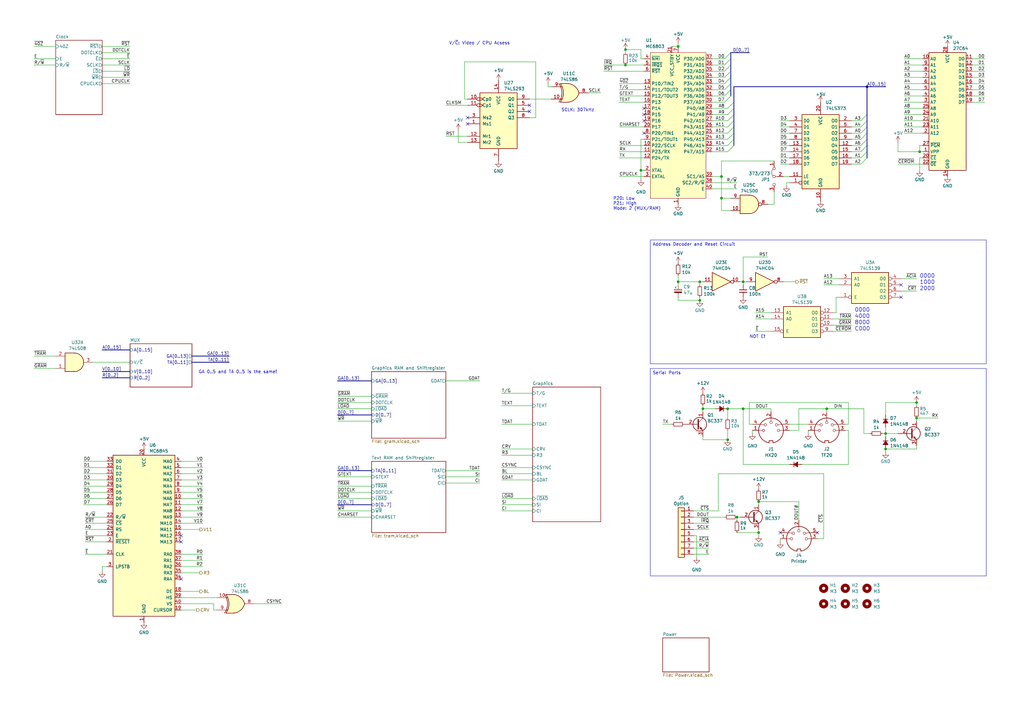
<source format=kicad_sch>
(kicad_sch (version 20231120) (generator "eeschema") (generator_version "8.0")
  (paper "A3")
  (title_block (title "EVA 86 (Epson Video Adapter)") (date "2024-10-12") (rev "v0.2") (company "100% Offner") (comment 1 "v0.2: Redrawn to match EVA1"))
  (junction (at 377.19 62.23))
  (junction (at 311.15 218.44))
  (junction (at 375.92 171.45))
  (junction (at 363.22 177.8))
  (junction (at 311.15 205.74))
  (junction (at 375.92 165.1))
  (junction (at 302.26 212.09))
  (junction (at 304.8 167.64))
  (junction (at 298.45 167.64))
  (junction (at 363.22 184.15))
  (junction (at 256.54 20.32))
  (junction (at 288.29 167.64))
  (junction (at 278.13 115.57))
  (junction (at 295.91 81.28))
  (junction (at 339.09 167.64))
  (junction (at 287.02 115.57))
  (junction (at 298.45 180.34))
  (junction (at 278.13 19.05))
  (junction (at 304.8 115.57))
  (junction (at 256.54 26.67))
  (junction (at 355.6 35.56))
  (junction (at 287.02 123.19))
  (junction (at 295.91 72.39))
  (junction (at 262.89 69.85))
  (no_connect (at 217.17 45.72))
  (no_connect (at 264.16 46.99))
  (no_connect (at 335.28 218.44))
  (no_connect (at 74.295 237.49))
  (no_connect (at 74.295 219.71))
  (no_connect (at 191.77 48.26))
  (no_connect (at 369.57 116.84))
  (no_connect (at 191.77 50.8))
  (no_connect (at 217.17 43.18))
  (no_connect (at 320.04 218.44))
  (no_connect (at 264.16 54.61))
  (no_connect (at 264.16 44.45))
  (no_connect (at 74.295 222.25))
  (no_connect (at 369.57 121.92))
  (no_connect (at 264.16 49.53))
  (bus_entry (at 300.99 52.07) (size -2.54 2.54))
  (bus_entry (at 355.6 54.61) (size -2.54 2.54))
  (bus_entry (at 300.99 59.69) (size -2.54 2.54))
  (bus_entry (at 300.99 44.45) (size -2.54 2.54))
  (bus_entry (at 299.72 36.83) (size -2.54 2.54))
  (bus_entry (at 300.99 46.99) (size -2.54 2.54))
  (bus_entry (at 300.99 49.53) (size -2.54 2.54))
  (bus_entry (at 299.72 39.37) (size -2.54 2.54))
  (bus_entry (at 355.6 46.99) (size -2.54 2.54))
  (bus_entry (at 299.72 21.59) (size -2.54 2.54))
  (bus_entry (at 355.6 62.23) (size -2.54 2.54))
  (bus_entry (at 300.99 54.61) (size -2.54 2.54))
  (bus_entry (at 355.6 57.15) (size -2.54 2.54))
  (bus_entry (at 355.6 52.07) (size -2.54 2.54))
  (bus_entry (at 299.72 31.75) (size -2.54 2.54))
  (bus_entry (at 355.6 49.53) (size -2.54 2.54))
  (bus_entry (at 299.72 24.13) (size -2.54 2.54))
  (bus_entry (at 300.99 41.91) (size -2.54 2.54))
  (bus_entry (at 355.6 64.77) (size -2.54 2.54))
  (bus_entry (at 299.72 26.67) (size -2.54 2.54))
  (bus_entry (at 300.99 57.15) (size -2.54 2.54))
  (bus_entry (at 299.72 29.21) (size -2.54 2.54))
  (bus_entry (at 355.6 59.69) (size -2.54 2.54))
  (bus_entry (at 299.72 34.29) (size -2.54 2.54))
  (wire (pts (xy 138.43 201.93) (xy 152.4 201.93)))
  (wire (pts (xy 295.91 72.39) (xy 295.91 81.28)))
  (wire (pts (xy 74.295 247.65) (xy 87.63 247.65)))
  (wire (pts (xy 74.295 209.55) (xy 83.185 209.55)))
  (wire (pts (xy 311.15 218.44) (xy 311.15 217.17)))
  (wire (pts (xy 256.54 20.32) (xy 256.54 21.59)))
  (wire (pts (xy 138.43 167.64) (xy 152.4 167.64)))
  (wire (pts (xy 292.1 57.15) (xy 298.45 57.15)))
  (wire (pts (xy 292.1 59.69) (xy 298.45 59.69)))
  (bus (pts (xy 41.91 152.4) (xy 53.34 152.4)))
  (wire (pts (xy 254 36.83) (xy 264.16 36.83)))
  (wire (pts (xy 205.74 173.99) (xy 218.44 173.99)))
  (wire (pts (xy 292.1 77.47) (xy 302.26 77.47)))
  (bus (pts (xy 299.72 31.75) (xy 299.72 29.21)))
  (wire (pts (xy 298.45 167.64) (xy 304.8 167.64)))
  (wire (pts (xy 292.1 34.29) (xy 297.18 34.29)))
  (wire (pts (xy 13.97 26.67) (xy 22.86 26.67)))
  (wire (pts (xy 354.33 177.8) (xy 356.87 177.8)))
  (wire (pts (xy 346.71 176.53) (xy 347.98 176.53)))
  (bus (pts (xy 300.99 54.61) (xy 300.99 52.07)))
  (wire (pts (xy 370.84 39.37) (xy 378.46 39.37)))
  (wire (pts (xy 375.92 171.45) (xy 375.92 172.72)))
  (wire (pts (xy 321.31 115.57) (xy 326.39 115.57)))
  (wire (pts (xy 323.85 173.99) (xy 331.47 173.99)))
  (wire (pts (xy 363.22 184.15) (xy 375.92 184.15)))
  (wire (pts (xy 341.63 133.35) (xy 349.25 133.35)))
  (wire (pts (xy 288.29 167.64) (xy 288.29 166.37)))
  (wire (pts (xy 294.64 194.31) (xy 337.82 194.31)))
  (wire (pts (xy 370.84 24.13) (xy 378.46 24.13)))
  (wire (pts (xy 375.92 165.1) (xy 375.92 166.37)))
  (wire (pts (xy 308.61 177.8) (xy 308.61 176.53)))
  (wire (pts (xy 327.66 205.74) (xy 327.66 213.36)))
  (wire (pts (xy 377.19 59.69) (xy 377.19 62.23)))
  (wire (pts (xy 398.78 39.37) (xy 403.86 39.37)))
  (wire (pts (xy 138.43 212.09) (xy 152.4 212.09)))
  (wire (pts (xy 335.28 220.98) (xy 337.82 220.98)))
  (wire (pts (xy 285.75 219.71) (xy 285.75 228.6)))
  (wire (pts (xy 317.5 78.74) (xy 317.5 83.82)))
  (wire (pts (xy 205.74 207.01) (xy 218.44 207.01)))
  (wire (pts (xy 292.1 44.45) (xy 298.45 44.45)))
  (wire (pts (xy 304.8 115.57) (xy 304.8 116.84)))
  (wire (pts (xy 284.48 222.25) (xy 290.83 222.25)))
  (wire (pts (xy 138.43 165.1) (xy 152.4 165.1)))
  (wire (pts (xy 219.71 48.26) (xy 219.71 25.4)))
  (bus (pts (xy 78.74 148.59) (xy 93.98 148.59)))
  (wire (pts (xy 349.25 54.61) (xy 353.06 54.61)))
  (wire (pts (xy 262.89 57.15) (xy 264.16 57.15)))
  (wire (pts (xy 292.1 74.93) (xy 302.26 74.93)))
  (wire (pts (xy 349.25 49.53) (xy 353.06 49.53)))
  (wire (pts (xy 320.04 52.07) (xy 323.85 52.07)))
  (wire (pts (xy 224.79 34.29) (xy 224.79 35.56)))
  (wire (pts (xy 316.23 168.91) (xy 316.23 167.64)))
  (wire (pts (xy 339.09 167.64) (xy 354.33 167.64)))
  (bus (pts (xy 355.6 35.56) (xy 355.6 46.99)))
  (wire (pts (xy 378.46 59.69) (xy 377.19 59.69)))
  (wire (pts (xy 320.04 49.53) (xy 323.85 49.53)))
  (wire (pts (xy 288.29 167.64) (xy 288.29 168.91)))
  (wire (pts (xy 74.295 245.11) (xy 88.9 245.11)))
  (wire (pts (xy 288.29 115.57) (xy 287.02 115.57)))
  (wire (pts (xy 41.91 24.13) (xy 53.34 24.13)))
  (wire (pts (xy 34.29 204.47) (xy 43.815 204.47)))
  (wire (pts (xy 363.22 184.15) (xy 363.22 185.42)))
  (wire (pts (xy 254 52.07) (xy 264.16 52.07)))
  (wire (pts (xy 284.48 214.63) (xy 290.83 214.63)))
  (wire (pts (xy 354.33 167.64) (xy 354.33 177.8)))
  (wire (pts (xy 34.925 214.63) (xy 43.815 214.63)))
  (wire (pts (xy 320.04 54.61) (xy 323.85 54.61)))
  (wire (pts (xy 369.57 119.38) (xy 375.92 119.38)))
  (wire (pts (xy 182.88 43.18) (xy 191.77 43.18)))
  (wire (pts (xy 320.04 62.23) (xy 323.85 62.23)))
  (wire (pts (xy 278.13 121.92) (xy 278.13 123.19)))
  (wire (pts (xy 307.34 165.1) (xy 347.98 165.1)))
  (wire (pts (xy 378.46 62.23) (xy 377.19 62.23)))
  (bus (pts (xy 299.72 24.13) (xy 299.72 21.59)))
  (bus (pts (xy 41.91 154.94) (xy 53.34 154.94)))
  (wire (pts (xy 217.17 40.64) (xy 226.06 40.64)))
  (wire (pts (xy 292.1 31.75) (xy 297.18 31.75)))
  (wire (pts (xy 246.38 38.1) (xy 241.3 38.1)))
  (wire (pts (xy 320.04 64.77) (xy 323.85 64.77)))
  (wire (pts (xy 287.02 123.19) (xy 287.02 121.92)))
  (wire (pts (xy 34.29 207.01) (xy 43.815 207.01)))
  (wire (pts (xy 370.84 34.29) (xy 378.46 34.29)))
  (wire (pts (xy 43.815 232.41) (xy 41.91 232.41)))
  (wire (pts (xy 308.61 173.99) (xy 307.34 173.99)))
  (wire (pts (xy 294.64 209.55) (xy 294.64 194.31)))
  (wire (pts (xy 322.58 74.93) (xy 322.58 76.2)))
  (wire (pts (xy 304.8 105.41) (xy 304.8 115.57)))
  (wire (pts (xy 368.3 67.31) (xy 378.46 67.31)))
  (wire (pts (xy 74.295 199.39) (xy 83.185 199.39)))
  (wire (pts (xy 254 62.23) (xy 264.16 62.23)))
  (wire (pts (xy 256.54 26.67) (xy 264.16 26.67)))
  (wire (pts (xy 292.1 41.91) (xy 297.18 41.91)))
  (wire (pts (xy 349.25 52.07) (xy 353.06 52.07)))
  (wire (pts (xy 398.78 26.67) (xy 403.86 26.67)))
  (wire (pts (xy 398.78 29.21) (xy 403.86 29.21)))
  (wire (pts (xy 378.46 64.77) (xy 377.19 64.77)))
  (wire (pts (xy 278.13 115.57) (xy 278.13 116.84)))
  (wire (pts (xy 323.85 176.53) (xy 327.66 176.53)))
  (wire (pts (xy 311.15 205.74) (xy 327.66 205.74)))
  (wire (pts (xy 205.74 194.31) (xy 218.44 194.31)))
  (wire (pts (xy 317.5 83.82) (xy 314.96 83.82)))
  (wire (pts (xy 295.91 86.36) (xy 295.91 81.28)))
  (wire (pts (xy 275.59 173.99) (xy 271.78 173.99)))
  (wire (pts (xy 74.295 207.01) (xy 83.185 207.01)))
  (wire (pts (xy 74.295 250.19) (xy 80.645 250.19)))
  (wire (pts (xy 292.1 54.61) (xy 298.45 54.61)))
  (wire (pts (xy 369.57 114.3) (xy 375.92 114.3)))
  (wire (pts (xy 34.29 199.39) (xy 43.815 199.39)))
  (wire (pts (xy 370.84 41.91) (xy 378.46 41.91)))
  (wire (pts (xy 74.295 234.95) (xy 81.915 234.95)))
  (wire (pts (xy 219.71 25.4) (xy 190.5 25.4)))
  (wire (pts (xy 398.78 41.91) (xy 403.86 41.91)))
  (wire (pts (xy 13.97 19.05) (xy 22.86 19.05)))
  (wire (pts (xy 284.48 217.17) (xy 290.83 217.17)))
  (wire (pts (xy 34.29 196.85) (xy 43.815 196.85)))
  (wire (pts (xy 347.98 190.5) (xy 347.98 176.53)))
  (wire (pts (xy 182.88 195.58) (xy 196.85 195.58)))
  (bus (pts (xy 355.6 62.23) (xy 355.6 59.69)))
  (wire (pts (xy 87.63 247.65) (xy 87.63 250.19)))
  (wire (pts (xy 41.91 29.21) (xy 53.34 29.21)))
  (wire (pts (xy 138.43 199.39) (xy 152.4 199.39)))
  (wire (pts (xy 375.92 184.15) (xy 375.92 182.88)))
  (wire (pts (xy 375.92 165.1) (xy 363.22 165.1)))
  (wire (pts (xy 292.1 36.83) (xy 297.18 36.83)))
  (bus (pts (xy 355.6 35.56) (xy 363.22 35.56)))
  (bus (pts (xy 300.99 35.56) (xy 355.6 35.56)))
  (wire (pts (xy 337.82 116.84) (xy 344.17 116.84)))
  (wire (pts (xy 349.25 59.69) (xy 353.06 59.69)))
  (bus (pts (xy 300.99 49.53) (xy 300.99 46.99)))
  (wire (pts (xy 254 41.91) (xy 264.16 41.91)))
  (wire (pts (xy 311.15 205.74) (xy 311.15 207.01)))
  (wire (pts (xy 284.48 219.71) (xy 285.75 219.71)))
  (wire (pts (xy 361.95 177.8) (xy 363.22 177.8)))
  (wire (pts (xy 264.16 24.13) (xy 262.89 24.13)))
  (wire (pts (xy 292.1 46.99) (xy 298.45 46.99)))
  (wire (pts (xy 341.63 130.81) (xy 349.25 130.81)))
  (wire (pts (xy 304.8 167.64) (xy 316.23 167.64)))
  (wire (pts (xy 398.78 34.29) (xy 403.86 34.29)))
  (wire (pts (xy 13.97 24.13) (xy 22.86 24.13)))
  (bus (pts (xy 355.6 57.15) (xy 355.6 54.61)))
  (wire (pts (xy 363.22 175.26) (xy 363.22 177.8)))
  (wire (pts (xy 284.48 212.09) (xy 297.18 212.09)))
  (wire (pts (xy 254 34.29) (xy 264.16 34.29)))
  (wire (pts (xy 347.98 165.1) (xy 347.98 173.99)))
  (wire (pts (xy 191.77 58.42) (xy 187.96 58.42)))
  (wire (pts (xy 182.88 156.21) (xy 196.85 156.21)))
  (wire (pts (xy 342.9 128.27) (xy 342.9 121.92)))
  (wire (pts (xy 370.84 44.45) (xy 378.46 44.45)))
  (wire (pts (xy 34.925 212.09) (xy 43.815 212.09)))
  (wire (pts (xy 34.29 189.23) (xy 43.815 189.23)))
  (wire (pts (xy 292.1 24.13) (xy 297.18 24.13)))
  (wire (pts (xy 34.925 227.33) (xy 43.815 227.33)))
  (wire (pts (xy 287.02 115.57) (xy 287.02 116.84)))
  (wire (pts (xy 327.66 176.53) (xy 327.66 167.64)))
  (wire (pts (xy 205.74 196.85) (xy 218.44 196.85)))
  (wire (pts (xy 74.295 217.17) (xy 81.915 217.17)))
  (wire (pts (xy 320.04 57.15) (xy 323.85 57.15)))
  (wire (pts (xy 284.48 227.33) (xy 290.83 227.33)))
  (bus (pts (xy 138.43 170.18) (xy 152.4 170.18)))
  (wire (pts (xy 205.74 166.37) (xy 218.44 166.37)))
  (wire (pts (xy 304.8 190.5) (xy 304.8 167.64)))
  (wire (pts (xy 224.79 35.56) (xy 226.06 35.56)))
  (bus (pts (xy 138.43 193.04) (xy 152.4 193.04)))
  (wire (pts (xy 262.89 69.85) (xy 262.89 73.66)))
  (wire (pts (xy 41.91 21.59) (xy 53.34 21.59)))
  (wire (pts (xy 370.84 29.21) (xy 378.46 29.21)))
  (wire (pts (xy 262.89 69.85) (xy 264.16 69.85)))
  (wire (pts (xy 298.45 180.34) (xy 288.29 180.34)))
  (wire (pts (xy 182.88 193.04) (xy 196.85 193.04)))
  (wire (pts (xy 138.43 209.55) (xy 152.4 209.55)))
  (wire (pts (xy 341.63 128.27) (xy 342.9 128.27)))
  (wire (pts (xy 304.8 105.41) (xy 314.96 105.41)))
  (bus (pts (xy 355.6 49.53) (xy 355.6 46.99)))
  (wire (pts (xy 302.26 212.09) (xy 302.26 213.36)))
  (wire (pts (xy 293.37 167.64) (xy 288.29 167.64)))
  (wire (pts (xy 104.14 247.65) (xy 115.57 247.65)))
  (wire (pts (xy 375.92 171.45) (xy 384.81 171.45)))
  (wire (pts (xy 74.295 242.57) (xy 81.915 242.57)))
  (wire (pts (xy 205.74 209.55) (xy 218.44 209.55)))
  (wire (pts (xy 182.88 198.12) (xy 196.85 198.12)))
  (wire (pts (xy 349.25 57.15) (xy 353.06 57.15)))
  (wire (pts (xy 398.78 36.83) (xy 403.86 36.83)))
  (bus (pts (xy 299.72 26.67) (xy 299.72 24.13)))
  (wire (pts (xy 341.63 135.89) (xy 349.25 135.89)))
  (wire (pts (xy 217.17 48.26) (xy 219.71 48.26)))
  (bus (pts (xy 300.99 59.69) (xy 300.99 57.15)))
  (bus (pts (xy 41.91 143.51) (xy 53.34 143.51)))
  (wire (pts (xy 307.34 173.99) (xy 307.34 165.1)))
  (wire (pts (xy 205.74 191.77) (xy 218.44 191.77)))
  (bus (pts (xy 299.72 36.83) (xy 299.72 34.29)))
  (wire (pts (xy 287.02 123.19) (xy 278.13 123.19)))
  (wire (pts (xy 363.22 177.8) (xy 368.3 177.8)))
  (wire (pts (xy 323.85 74.93) (xy 322.58 74.93)))
  (wire (pts (xy 205.74 161.29) (xy 218.44 161.29)))
  (wire (pts (xy 262.89 20.32) (xy 256.54 20.32)))
  (wire (pts (xy 306.07 115.57) (xy 304.8 115.57)))
  (wire (pts (xy 292.1 39.37) (xy 297.18 39.37)))
  (wire (pts (xy 41.91 19.05) (xy 53.34 19.05)))
  (wire (pts (xy 13.97 146.05) (xy 22.86 146.05)))
  (wire (pts (xy 292.1 52.07) (xy 298.45 52.07)))
  (wire (pts (xy 138.43 162.56) (xy 152.4 162.56)))
  (bus (pts (xy 299.72 34.29) (xy 299.72 31.75)))
  (wire (pts (xy 254 64.77) (xy 264.16 64.77)))
  (wire (pts (xy 247.65 29.21) (xy 264.16 29.21)))
  (wire (pts (xy 342.9 121.92) (xy 344.17 121.92)))
  (wire (pts (xy 205.74 184.15) (xy 218.44 184.15)))
  (wire (pts (xy 298.45 171.45) (xy 298.45 167.64)))
  (bus (pts (xy 138.43 207.01) (xy 152.4 207.01)))
  (wire (pts (xy 34.925 217.17) (xy 43.815 217.17)))
  (wire (pts (xy 41.91 34.29) (xy 53.34 34.29)))
  (wire (pts (xy 34.29 201.93) (xy 43.815 201.93)))
  (wire (pts (xy 288.29 179.07) (xy 288.29 180.34)))
  (wire (pts (xy 254 39.37) (xy 264.16 39.37)))
  (wire (pts (xy 298.45 180.34) (xy 298.45 176.53)))
  (wire (pts (xy 74.295 201.93) (xy 83.185 201.93)))
  (wire (pts (xy 278.13 17.78) (xy 278.13 19.05)))
  (wire (pts (xy 138.43 204.47) (xy 152.4 204.47)))
  (wire (pts (xy 328.93 190.5) (xy 347.98 190.5)))
  (wire (pts (xy 370.84 31.75) (xy 378.46 31.75)))
  (wire (pts (xy 138.43 172.72) (xy 152.4 172.72)))
  (wire (pts (xy 187.96 53.34) (xy 187.96 58.42)))
  (bus (pts (xy 300.99 52.07) (xy 300.99 49.53)))
  (wire (pts (xy 254 59.69) (xy 264.16 59.69)))
  (wire (pts (xy 41.91 26.67) (xy 53.34 26.67)))
  (wire (pts (xy 370.84 49.53) (xy 378.46 49.53)))
  (wire (pts (xy 278.13 113.03) (xy 278.13 115.57)))
  (wire (pts (xy 138.43 195.58) (xy 152.4 195.58)))
  (wire (pts (xy 205.74 204.47) (xy 218.44 204.47)))
  (wire (pts (xy 74.295 232.41) (xy 83.185 232.41)))
  (wire (pts (xy 377.19 62.23) (xy 368.3 62.23)))
  (wire (pts (xy 370.84 36.83) (xy 378.46 36.83)))
  (wire (pts (xy 377.19 64.77) (xy 377.19 69.85)))
  (bus (pts (xy 300.99 57.15) (xy 300.99 54.61)))
  (wire (pts (xy 190.5 40.64) (xy 191.77 40.64)))
  (wire (pts (xy 363.22 177.8) (xy 363.22 179.07)))
  (wire (pts (xy 74.295 189.23) (xy 83.185 189.23)))
  (wire (pts (xy 337.82 194.31) (xy 337.82 220.98)))
  (wire (pts (xy 368.3 62.23) (xy 368.3 58.42)))
  (wire (pts (xy 320.04 222.25) (xy 320.04 220.98)))
  (wire (pts (xy 87.63 250.19) (xy 88.9 250.19)))
  (wire (pts (xy 34.925 219.71) (xy 43.815 219.71)))
  (wire (pts (xy 74.295 194.31) (xy 83.185 194.31)))
  (wire (pts (xy 262.89 57.15) (xy 262.89 69.85)))
  (wire (pts (xy 295.91 72.39) (xy 295.91 66.04)))
  (wire (pts (xy 304.8 115.57) (xy 303.53 115.57)))
  (wire (pts (xy 74.295 229.87) (xy 83.185 229.87)))
  (wire (pts (xy 205.74 186.69) (xy 218.44 186.69)))
  (bus (pts (xy 355.6 52.07) (xy 355.6 49.53)))
  (wire (pts (xy 309.88 135.89) (xy 316.23 135.89)))
  (wire (pts (xy 34.925 222.25) (xy 43.815 222.25)))
  (wire (pts (xy 349.25 67.31) (xy 353.06 67.31)))
  (bus (pts (xy 300.99 46.99) (xy 300.99 44.45)))
  (wire (pts (xy 74.295 191.77) (xy 83.185 191.77)))
  (wire (pts (xy 247.65 26.67) (xy 256.54 26.67)))
  (wire (pts (xy 349.25 64.77) (xy 353.06 64.77)))
  (wire (pts (xy 292.1 49.53) (xy 298.45 49.53)))
  (wire (pts (xy 320.04 59.69) (xy 323.85 59.69)))
  (bus (pts (xy 300.99 44.45) (xy 300.99 41.91)))
  (wire (pts (xy 13.97 151.13) (xy 22.86 151.13)))
  (wire (pts (xy 292.1 62.23) (xy 298.45 62.23)))
  (bus (pts (xy 299.72 29.21) (xy 299.72 26.67)))
  (wire (pts (xy 370.84 52.07) (xy 378.46 52.07)))
  (wire (pts (xy 292.1 29.21) (xy 297.18 29.21)))
  (wire (pts (xy 34.29 194.31) (xy 43.815 194.31)))
  (wire (pts (xy 370.84 54.61) (xy 378.46 54.61)))
  (wire (pts (xy 309.88 128.27) (xy 316.23 128.27)))
  (wire (pts (xy 34.29 191.77) (xy 43.815 191.77)))
  (wire (pts (xy 398.78 24.13) (xy 403.86 24.13)))
  (wire (pts (xy 278.13 115.57) (xy 287.02 115.57)))
  (wire (pts (xy 295.91 66.04) (xy 317.5 66.04)))
  (wire (pts (xy 254 72.39) (xy 264.16 72.39)))
  (wire (pts (xy 74.295 196.85) (xy 83.185 196.85)))
  (bus (pts (xy 138.43 156.21) (xy 152.4 156.21)))
  (bus (pts (xy 300.99 35.56) (xy 300.99 41.91)))
  (bus (pts (xy 355.6 59.69) (xy 355.6 57.15)))
  (bus (pts (xy 299.72 21.59) (xy 307.34 21.59)))
  (wire (pts (xy 299.72 86.36) (xy 295.91 86.36)))
  (wire (pts (xy 284.48 224.79) (xy 290.83 224.79)))
  (wire (pts (xy 347.98 173.99) (xy 346.71 173.99)))
  (wire (pts (xy 311.15 219.71) (xy 311.15 218.44)))
  (bus (pts (xy 355.6 64.77) (xy 355.6 62.23)))
  (wire (pts (xy 309.88 130.81) (xy 316.23 130.81)))
  (wire (pts (xy 41.91 232.41) (xy 41.91 234.315)))
  (wire (pts (xy 349.25 62.23) (xy 353.06 62.23)))
  (bus (pts (xy 355.6 54.61) (xy 355.6 52.07)))
  (wire (pts (xy 370.84 46.99) (xy 378.46 46.99)))
  (wire (pts (xy 292.1 72.39) (xy 295.91 72.39)))
  (bus (pts (xy 299.72 39.37) (xy 299.72 36.83)))
  (bus (pts (xy 78.74 146.05) (xy 93.98 146.05)))
  (wire (pts (xy 331.47 177.8) (xy 331.47 176.53)))
  (wire (pts (xy 323.85 190.5) (xy 304.8 190.5)))
  (wire (pts (xy 303.53 212.09) (xy 302.26 212.09)))
  (wire (pts (xy 74.295 212.09) (xy 83.185 212.09)))
  (wire (pts (xy 41.91 31.75) (xy 53.34 31.75)))
  (wire (pts (xy 284.48 209.55) (xy 294.64 209.55)))
  (wire (pts (xy 74.295 214.63) (xy 83.185 214.63)))
  (wire (pts (xy 398.78 31.75) (xy 403.86 31.75)))
  (wire (pts (xy 327.66 167.64) (xy 339.09 167.64)))
  (wire (pts (xy 321.31 72.39) (xy 323.85 72.39)))
  (wire (pts (xy 74.295 227.33) (xy 83.185 227.33)))
  (wire (pts (xy 337.82 114.3) (xy 344.17 114.3)))
  (wire (pts (xy 190.5 25.4) (xy 190.5 40.64)))
  (wire (pts (xy 292.1 26.67) (xy 297.18 26.67)))
  (wire (pts (xy 320.04 67.31) (xy 323.85 67.31)))
  (wire (pts (xy 74.295 204.47) (xy 83.185 204.47)))
  (wire (pts (xy 295.91 81.28) (xy 299.72 81.28)))
  (wire (pts (xy 278.13 19.05) (xy 275.59 19.05)))
  (wire (pts (xy 262.89 24.13) (xy 262.89 20.32)))
  (wire (pts (xy 191.77 55.88) (xy 182.88 55.88)))
  (wire (pts (xy 53.34 148.59) (xy 38.1 148.59)))
  (wire (pts (xy 302.26 218.44) (xy 311.15 218.44)))
  (wire (pts (xy 339.09 168.91) (xy 339.09 167.64)))
  (wire (pts (xy 363.22 165.1) (xy 363.22 170.18)))
  (wire (pts (xy 370.84 26.67) (xy 378.46 26.67)))
  (text_box "Serial Ports\n" (at 266.7 151.13 0) (size 137.795 85.09) (effects (font (size 1.27 1.27)) (justify left top)))
  (text_box "Address Decoder and Reset Circuit" (at 266.7 98.425 0) (size 137.795 50.8) (effects (font (size 1.27 1.27)) (justify left top)))
  (text "P20: Low\nP21: High\nMode: 2 (MUX/RAM)" (at 251.46 86.36 0) (effects (font (size 1.27 1.27)) (justify left bottom)))
  (text "SCLK: 307kHz" (at 236.982 45.212 0) (effects (font (size 1.27 1.27))))
  (text "NOT E!" (at 310.642 138.176 0) (effects (font (size 1.27 1.27))))
  (text "0000\n1000\n2000" (at 377.19 119.38 0) (effects (font (size 1.6 1.6)) (justify left bottom)))
  (text "V/~{C}: Video / CPU Acsess" (at 184.15 17.78 0) (effects (font (size 1.27 1.27)) (justify left)))
  (text "GA 0..5 and TA 0..5 is the same!" (at 97.536 152.654 0) (effects (font (size 1.27 1.27))))
  (text "0000\n4000\n8000\nC000" (at 350.52 135.89 0) (effects (font (size 1.6 1.6)) (justify left bottom)))
  (label "A15" (at 297.18 62.23 180))
  (label "~{GRAM}" (at 13.97 151.13 0))
  (label "A12" (at 337.82 116.84 0))
  (label "D5" (at 297.18 36.83 180))
  (label "A12" (at 297.18 54.61 180))
  (label "A8" (at 297.18 44.45 180))
  (label "TEXT" (at 205.74 166.37 0))
  (label "V8" (at 83.185 209.55 180))
  (label "BL" (at 205.74 194.31 0))
  (label "D1" (at 403.86 26.67 180))
  (label "V10" (at 83.185 214.63 180))
  (label "A4" (at 370.84 34.29 0))
  (label "A1" (at 370.84 26.67 0))
  (label "A14" (at 297.18 59.69 180))
  (label "A8" (at 370.84 44.45 0))
  (label "~{RST}" (at 247.65 29.21 0))
  (label "CHARSET" (at 138.43 212.09 0))
  (label "V7" (at 83.185 207.01 180))
  (label "RX" (at 384.81 171.45 180))
  (label "CI" (at 196.85 198.12 180))
  (label "SCLK" (at 290.83 217.17 180))
  (label "A15" (at 309.88 128.27 0))
  (label "DIN" (at 345.44 167.64 180))
  (label "~{TRAM}" (at 138.43 199.39 0))
  (label "D4" (at 320.04 52.07 0))
  (label "A2" (at 353.06 67.31 180))
  (label "E" (at 290.83 227.33 180))
  (label "T{slash}G" (at 205.74 161.29 0))
  (label "~{CRT}" (at 375.92 119.38 180))
  (label "~{LD}" (at 53.34 29.21 180))
  (label "D3" (at 297.18 31.75 180))
  (label "CPUCLK" (at 53.34 34.29 180))
  (label "D3" (at 403.86 31.75 180))
  (label "~{CTS}" (at 290.83 209.55 180))
  (label "~{LOAD}" (at 138.43 167.64 0))
  (label "~{TRAM}" (at 13.97 146.05 0))
  (label "TEXT" (at 254 41.91 0))
  (label "D2" (at 34.29 194.31 0))
  (label "GTEXT" (at 138.43 195.58 0))
  (label "D4" (at 403.86 34.29 180))
  (label "A10" (at 297.18 49.53 180))
  (label "E" (at 13.97 24.13 0))
  (label "GDAT" (at 205.74 196.85 0))
  (label "A3" (at 370.84 31.75 0))
  (label "D7" (at 320.04 62.23 0))
  (label "~{ACIA}" (at 290.83 222.25 180))
  (label "A1" (at 353.06 64.77 180))
  (label "~{LOAD}" (at 205.74 204.47 0))
  (label "TX" (at 271.78 173.99 0))
  (label "~{IRQ}" (at 290.83 214.63 180))
  (label "D7" (at 34.29 207.01 0))
  (label "A[0..15]" (at 355.6 35.56 0))
  (label "CSYNC" (at 115.57 247.65 180))
  (label "V1" (at 83.185 191.77 180))
  (label "TA[0..11]" (at 93.98 148.59 180))
  (label "D1" (at 297.18 26.67 180))
  (label "~{RST}" (at 53.34 19.05 180))
  (label "A10" (at 370.84 49.53 0))
  (label "D[0..7]" (at 138.43 207.01 0))
  (label "D[0..7]" (at 307.34 21.59 180))
  (label "~{WR}" (at 138.43 172.72 0))
  (label "~{CTS}" (at 337.82 210.82 270))
  (label "D6" (at 320.04 59.69 0))
  (label "D0" (at 297.18 24.13 180))
  (label "~{RST}" (at 34.925 222.25 0))
  (label "R1" (at 83.185 229.87 180))
  (label "D[0..7]" (at 138.43 170.18 0))
  (label "RST" (at 182.88 55.88 0))
  (label "RX" (at 254 62.23 0))
  (label "SI" (at 205.74 207.01 0))
  (label "V6" (at 83.185 204.47 180))
  (label "D5" (at 403.86 36.83 180))
  (label "V0" (at 83.185 189.23 180))
  (label "A5" (at 353.06 57.15 180))
  (label "D1" (at 34.29 191.77 0))
  (label "R{slash}~{W}" (at 290.83 224.79 180))
  (label "TX" (at 254 64.77 0))
  (label "DOTCLK" (at 53.34 21.59 180))
  (label "GA[0..13]" (at 138.43 156.21 0))
  (label "R{slash}~{W}" (at 13.97 26.67 0))
  (label "~{GRAM}" (at 138.43 162.56 0))
  (label "D0" (at 403.86 24.13 180))
  (label "A11" (at 370.84 52.07 0))
  (label "CLK5M" (at 182.88 43.18 0))
  (label "V2" (at 83.185 194.31 180))
  (label "V4" (at 83.185 199.39 180))
  (label "GTEXT" (at 254 39.37 0))
  (label "~{LOAD}" (at 138.43 204.47 0))
  (label "~{E}" (at 309.88 135.89 0))
  (label "D6" (at 34.29 204.47 0))
  (label "SCLK" (at 254 59.69 0))
  (label "D0" (at 34.29 189.23 0))
  (label "V5" (at 83.185 201.93 180))
  (label "CSYNC" (at 205.74 191.77 0))
  (label "D5" (at 34.29 201.93 0))
  (label "A2" (at 370.84 29.21 0))
  (label "~{WR}" (at 138.43 209.55 0))
  (label "SCLK" (at 246.38 38.1 180))
  (label "A13" (at 337.82 114.3 0))
  (label "A7" (at 353.06 62.23 180))
  (label "R3" (at 205.74 186.69 0))
  (label "~{CEROM}" (at 368.3 67.31 0))
  (label "CRV" (at 205.74 184.15 0))
  (label "D7" (at 403.86 41.91 180))
  (label "A5" (at 370.84 36.83 0))
  (label "DOUT" (at 309.88 167.64 0))
  (label "~{40Z}" (at 13.97 19.05 0))
  (label "GDAT" (at 196.85 156.21 180))
  (label "~{TRAM}" (at 349.25 130.81 180))
  (label "~{ACIA}" (at 375.92 114.3 180))
  (label "D5" (at 320.04 57.15 0))
  (label "DOTCLK" (at 138.43 165.1 0))
  (label "~{E}" (at 53.34 24.13 180))
  (label "~{CEROM}" (at 349.25 135.89 180))
  (label "~{CRT}" (at 34.925 214.63 0))
  (label "D3" (at 34.29 196.85 0))
  (label "GA[0..13]" (at 93.98 146.05 180))
  (label "~{E}" (at 34.925 227.33 0))
  (label "DOUT#" (at 327.66 207.01 270))
  (label "A11" (at 297.18 52.07 180))
  (label "~{GRAM}" (at 349.25 133.35 180))
  (label "V[0..10]" (at 41.91 152.4 0))
  (label "D4" (at 297.18 34.29 180))
  (label "A6" (at 370.84 39.37 0))
  (label "A0" (at 34.925 217.17 0))
  (label "SCLK" (at 53.34 26.67 180))
  (label "A0" (at 353.06 54.61 180))
  (label "A3" (at 353.06 49.53 180))
  (label "CHARSET" (at 254 52.07 0))
  (label "D1" (at 320.04 64.77 0))
  (label "D3" (at 320.04 49.53 0))
  (label "D2" (at 403.86 29.21 180))
  (label "D6" (at 403.86 39.37 180))
  (label "~{40Z}" (at 254 34.29 0))
  (label "A13" (at 297.18 57.15 180))
  (label "D0" (at 320.04 54.61 0))
  (label "RST" (at 314.96 105.41 180))
  (label "DOTCLK" (at 138.43 201.93 0))
  (label "A9" (at 297.18 46.99 180))
  (label "D7" (at 297.18 41.91 180))
  (label "V9" (at 83.185 212.09 180))
  (label "E" (at 34.925 219.71 0))
  (label "A9" (at 370.84 46.99 0))
  (label "V3" (at 83.185 196.85 180))
  (label "A14" (at 309.88 130.81 0))
  (label "D2" (at 297.18 29.21 180))
  (label "R{slash}~{W}" (at 34.925 212.09 0))
  (label "E" (at 302.26 77.47 180))
  (label "A7" (at 370.84 41.91 0))
  (label "DOUT" (at 290.83 212.09 180))
  (label "SI" (at 196.85 195.58 180))
  (label "CI" (at 205.74 209.55 0))
  (label "R{slash}~{W}" (at 302.26 74.93 180))
  (label "R2" (at 83.185 232.41 180))
  (label "D4" (at 34.29 199.39 0))
  (label "D6" (at 297.18 39.37 180))
  (label "A4" (at 353.06 52.07 180))
  (label "A12" (at 370.84 54.61 0))
  (label "~{WR}" (at 53.34 31.75 180))
  (label "R0" (at 83.185 227.33 180))
  (label "A0" (at 370.84 24.13 0))
  (label "CPUCLK" (at 254 72.39 0))
  (label "~{IRQ}" (at 247.65 26.67 0))
  (label "TDAT" (at 196.85 193.04 180))
  (label "A6" (at 353.06 59.69 180))
  (label "GA[0..13]" (at 138.43 193.04 0))
  (label "T{slash}G" (at 254 36.83 0))
  (label "D2" (at 320.04 67.31 0))
  (label "R[0..2]" (at 41.91 154.94 0))
  (label "TDAT" (at 205.74 173.99 0))
  (label "A[0..15]" (at 41.91 143.51 0))
  (hierarchical_label "~{RST}" (shape output) (at 326.39 115.57 0))
  (hierarchical_label "BL" (shape output) (at 81.915 242.57 0))
  (hierarchical_label "V11" (shape output) (at 81.915 217.17 0))
  (hierarchical_label "CRV" (shape output) (at 80.645 250.19 0))
  (hierarchical_label "R3" (shape output) (at 81.915 234.95 0))
  (symbol (lib_id "Device:D_Small_Filled") (at 295.91 167.64 0) (mirror y) (unit 1)
    (property "Reference" "D4" (at 295.91 162.4797 0))
    (property "Value" "1N4148" (at 295.91 164.9039 0))
    (property "Sim.Device" "D" (effects (hide yes)))
    (property "Sim.Pins" "1=K 2=A" (effects (hide yes)))
  )
  (symbol (lib_id "power:+5V") (at 59.055 184.15 0) (unit 1)
    (property "Reference" "#PWR025" (effects (hide yes)))
    (property "Value" "+5V" (at 59.055 180.0169 0))
  )
  (symbol (lib_id "power:+5V") (at 278.13 17.78 0) (unit 1)
    (property "Reference" "#PWR0121" (effects (hide yes)))
    (property "Value" "+5V" (at 278.13 13.97 0))
  )
  (symbol (lib_id "Transistor_BJT:BC337") (at 308.61 212.09 0) (unit 1)
    (property "Reference" "Q3" (at 313.69 210.185 0) (effects (justify left)))
    (property "Value" "BC337" (at 313.69 212.6092 0) (effects (justify left)))
    (property "Footprint" "Package_TO_SOT_THT:TO-92_Inline" (effects (hide yes)))
    (property "Datasheet" "https://diotec.com/tl_files/diotec/files/pdf/datasheets/bc337.pdf" (effects (hide yes)))
  )
  (symbol (lib_id "power:+5V") (at 256.54 20.32 0) (unit 1)
    (property "Reference" "#PWR0122" (effects (hide yes)))
    (property "Value" "+5V" (at 256.54 16.51 0))
  )
  (symbol (lib_id "Mechanical:MountingHole") (at 355.6 247.65 0) (unit 1) (exclude_from_sim yes) (in_bom no)
    (property "Reference" "H6" (at 358.14 246.3799 0) (effects (justify left)))
    (property "Value" "M3" (at 358.14 248.9199 0) (effects (justify left)))
    (property "Description" "Mounting Hole without connection" (effects (hide yes)))
  )
  (symbol (lib_id "power:GND") (at 388.62 72.39 0) (unit 1)
    (property "Reference" "#PWR014" (effects (hide yes)))
    (property "Value" "GND" (at 388.62 76.2 0))
  )
  (symbol (lib_id "power:GND") (at 311.15 219.71 0) (unit 1)
    (property "Reference" "#PWR011" (effects (hide yes)))
    (property "Value" "GND" (at 311.15 223.52 0))
  )
  (symbol (lib_id "power:GND") (at 285.75 228.6 0) (unit 1)
    (property "Reference" "#PWR010" (effects (hide yes)))
    (property "Value" "GND" (at 285.75 233.68 0))
  )
  (symbol (lib_id "Device:D_Small_Filled") (at 363.22 172.72 270) (unit 1)
    (property "Reference" "D7" (at 364.998 171.5079 90) (effects (justify left)))
    (property "Value" "1N4148" (at 364.998 173.9321 90) (effects (justify left)))
    (property "Sim.Device" "D" (effects (hide yes)))
    (property "Sim.Pins" "1=K 2=A" (effects (hide yes)))
  )
  (symbol (lib_id "power:GND") (at 308.61 177.8 0) (unit 1)
    (property "Reference" "#PWR02" (effects (hide yes)))
    (property "Value" "GND" (at 308.61 182.88 0))
  )
  (symbol (lib_id "power:+12V") (at 311.15 200.66 0) (mirror y) (unit 1)
    (property "Reference" "#PWR09" (effects (hide yes)))
    (property "Value" "+12V" (at 311.15 196.5269 0))
  )
  (symbol (lib_id "Device:C_Polarized_Small") (at 278.13 119.38 0) (unit 1)
    (property "Reference" "C9" (at 280.289 117.6218 0) (effects (justify left)))
    (property "Value" "47u" (at 280.289 120.046 0) (effects (justify left)))
    (property "Footprint" "Capacitor_THT:CP_Radial_D8.0mm_P5.00mm" (effects (hide yes)))
  )
  (symbol (lib_id "power:GND") (at 377.19 69.85 0) (unit 1)
    (property "Reference" "#PWR015" (effects (hide yes)))
    (property "Value" "GND" (at 377.19 73.66 0))
  )
  (symbol (lib_id "power:GND") (at 322.58 76.2 0) (unit 1)
    (property "Reference" "#PWR0119" (effects (hide yes)))
    (property "Value" "GND" (at 322.58 80.01 0))
  )
  (symbol (lib_name "GND_1") (lib_id "power:GND") (at 287.02 123.19 0) (unit 1)
    (property "Reference" "#PWR073" (effects (hide yes)))
    (property "Value" "GND" (at 287.02 127.3231 0))
  )
  (symbol (lib_id "Device:R_Small") (at 375.92 168.91 0) (unit 1)
    (property "Reference" "R5" (at 377.19 167.64 0) (effects (justify left)))
    (property "Value" "4k7" (at 377.19 169.545 0) (effects (justify left)))
    (property "Footprint" "Resistor_THT:R_Axial_DIN0411_L9.9mm_D3.6mm_P12.70mm_Horizontal" (effects (hide yes)))
  )
  (symbol (lib_id "Device:D_Small_Filled") (at 326.39 190.5 0) (mirror x) (unit 1)
    (property "Reference" "D5" (at 326.39 185.3397 0))
    (property "Value" "1N4148" (at 326.39 187.7639 0))
    (property "Sim.Device" "D" (effects (hide yes)))
    (property "Sim.Pins" "1=K 2=A" (effects (hide yes)))
  )
  (symbol (lib_id "74xx:74LS373") (at 336.55 62.23 0) (unit 1)
    (property "Reference" "U2" (at 338.5694 41.91 0) (effects (justify left)))
    (property "Value" "74LS373" (at 338.5694 44.45 0) (effects (justify left)))
    (property "Footprint" "Package_DIP:DIP-20_W7.62mm_LongPads" (effects (hide yes)))
    (property "Datasheet" "http://www.ti.com/lit/gpn/sn74LS373" (effects (hide yes)))
  )
  (symbol (lib_id "my_ics_new:MC6803") (at 278.13 46.99 0) (unit 1)
    (property "Reference" "U1" (at 264.795 16.51 0) (effects (justify left)))
    (property "Value" "MC6803" (at 264.795 19.05 0) (effects (justify left)))
    (property "Footprint" "Package_DIP:DIP-40_W15.24mm_LongPads" (effects (hide yes)))
  )
  (symbol (lib_id "power:+5V") (at 224.79 34.29 0) (unit 1)
    (property "Reference" "#PWR099" (effects (hide yes)))
    (property "Value" "+5V" (at 224.79 30.1569 0))
  )
  (symbol (lib_id "Device:R_Small") (at 299.72 212.09 270) (mirror x) (unit 1)
    (property "Reference" "R8" (at 299.72 207.2091 90))
    (property "Value" "1k" (at 299.72 209.6333 90))
    (property "Footprint" "Resistor_THT:R_Axial_DIN0411_L9.9mm_D3.6mm_P12.70mm_Horizontal" (effects (hide yes)))
  )
  (symbol (lib_id "power:GND") (at 59.055 255.27 0) (unit 1)
    (property "Reference" "#PWR026" (effects (hide yes)))
    (property "Value" "GND" (at 59.055 259.4031 0))
  )
  (symbol (lib_id "Device:R_Small") (at 278.13 173.99 270) (mirror x) (unit 1)
    (property "Reference" "R6" (at 278.13 169.1091 90))
    (property "Value" "1k" (at 278.13 171.5333 90))
    (property "Footprint" "Resistor_THT:R_Axial_DIN0411_L9.9mm_D3.6mm_P12.70mm_Horizontal" (effects (hide yes)))
  )
  (symbol (lib_name "GND_1") (lib_id "power:GND") (at 204.47 66.04 0) (unit 1)
    (property "Reference" "#PWR075" (effects (hide yes)))
    (property "Value" "GND" (at 204.47 70.1731 0))
  )
  (symbol (lib_id "Device:R_Small") (at 298.45 173.99 0) (unit 1)
    (property "Reference" "R3" (at 299.72 172.72 0) (effects (justify left)))
    (property "Value" "10k" (at 299.72 174.625 0) (effects (justify left)))
    (property "Footprint" "Resistor_THT:R_Axial_DIN0411_L9.9mm_D3.6mm_P12.70mm_Horizontal" (effects (hide yes)))
  )
  (symbol (lib_id "Transistor_BJT:BC337") (at 285.75 173.99 0) (unit 1)
    (property "Reference" "Q1" (at 290.068 170.18 0) (effects (justify left)))
    (property "Value" "BC337" (at 290.068 172.6042 0) (effects (justify left)))
    (property "Footprint" "Package_TO_SOT_THT:TO-92_Inline" (effects (hide yes)))
    (property "Datasheet" "https://diotec.com/tl_files/diotec/files/pdf/datasheets/bc337.pdf" (effects (hide yes)))
  )
  (symbol (lib_id "power:+5V") (at 388.62 19.05 0) (unit 1)
    (property "Reference" "#PWR012" (effects (hide yes)))
    (property "Value" "+5V" (at 388.62 15.24 0))
  )
  (symbol (lib_id "Connector:DIN-5_180degree") (at 327.66 220.98 0) (unit 1)
    (property "Reference" "J4" (at 327.6601 227.78 0))
    (property "Value" "Printer" (at 327.6601 230.2042 0))
    (property "Datasheet" "http://www.mouser.com/ds/2/18/40_c091_abd_e-75918.pdf" (effects (hide yes)))
  )
  (symbol (lib_id "power:GND") (at 278.13 83.82 0) (unit 1)
    (property "Reference" "#PWR0123" (effects (hide yes)))
    (property "Value" "GND" (at 278.13 87.63 0))
  )
  (symbol (lib_id "74xx:74HC04") (at 313.69 115.57 0) (unit 4)
    (property "Reference" "U23" (at 313.69 107.6157 0))
    (property "Value" "74HC04" (at 313.69 110.0399 0))
    (property "Footprint" "Package_DIP:DIP-14_W7.62mm_LongPads" (effects (hide yes)))
    (property "Datasheet" "https://assets.nexperia.com/documents/data-sheet/74HC_HCT04.pdf" (effects (hide yes)))
  )
  (symbol (lib_id "Device:R_Small") (at 359.41 177.8 90) (unit 1)
    (property "Reference" "R4" (at 359.41 172.9191 90))
    (property "Value" "1k" (at 359.41 175.3433 90))
    (property "Footprint" "Resistor_THT:R_Axial_DIN0411_L9.9mm_D3.6mm_P12.70mm_Horizontal" (effects (hide yes)))
  )
  (symbol (lib_id "Device:R_Small") (at 302.26 215.9 0) (unit 1)
    (property "Reference" "R9" (at 303.53 214.63 0) (effects (justify left)))
    (property "Value" "1k" (at 303.53 216.535 0) (effects (justify left)))
    (property "Footprint" "Resistor_THT:R_Axial_DIN0411_L9.9mm_D3.6mm_P12.70mm_Horizontal" (effects (hide yes)))
  )
  (symbol (lib_name "+5V_1") (lib_id "power:+5V") (at 375.92 165.1 0) (unit 1)
    (property "Reference" "#PWR06" (effects (hide yes)))
    (property "Value" "+5V" (at 375.92 160.9669 0))
  )
  (symbol (lib_id "power:GND") (at 262.89 73.66 0) (unit 1)
    (property "Reference" "#PWR0124" (effects (hide yes)))
    (property "Value" "GND" (at 262.89 78.74 0))
  )
  (symbol (lib_id "Device:R_Small") (at 311.15 203.2 0) (unit 1)
    (property "Reference" "R7" (at 312.42 201.93 0) (effects (justify left)))
    (property "Value" "1k" (at 312.42 203.835 0) (effects (justify left)))
    (property "Footprint" "Resistor_THT:R_Axial_DIN0411_L9.9mm_D3.6mm_P12.70mm_Horizontal" (effects (hide yes)))
  )
  (symbol (lib_id "Device:R_Small") (at 256.54 24.13 0) (unit 1)
    (property "Reference" "R23" (at 257.81 22.86 0) (effects (justify left)))
    (property "Value" "10k" (at 257.81 24.765 0) (effects (justify left)))
    (property "Footprint" "Resistor_THT:R_Axial_DIN0411_L9.9mm_D3.6mm_P12.70mm_Horizontal" (effects (hide yes)))
  )
  (symbol (lib_id "Connector:DIN-5_180degree") (at 316.23 176.53 0) (unit 1)
    (property "Reference" "J1" (at 316.2301 184.15 0))
    (property "Value" "HX20" (at 316.2301 186.69 0))
    (property "Datasheet" "http://www.mouser.com/ds/2/18/40_c091_abd_e-75918.pdf" (effects (hide yes)))
  )
  (symbol (lib_id "GPU:MC6845") (at 59.055 219.71 0) (unit 1)
    (property "Reference" "U6" (at 61.2491 182.5457 0) (effects (justify left)))
    (property "Value" "MC6845" (at 61.2491 184.9699 0) (effects (justify left)))
    (property "Footprint" "Package_DIP:DIP-40_W15.24mm" (effects (hide yes)))
    (property "Datasheet" "http://pdf.datasheetcatalog.com/datasheet_pdf/motorola/MC6845L_and_MC6845P.pdf" (effects (hide yes)))
  )
  (symbol (lib_id "74xx:74LS86") (at 233.68 38.1 0) (unit 3)
    (property "Reference" "U11" (at 233.3752 30.1457 0))
    (property "Value" "74LS86" (at 233.3752 32.5699 0))
    (property "Footprint" "Package_DIP:DIP-14_W7.62mm_LongPads" (effects (hide yes)))
    (property "Datasheet" "74xx/74ls86.pdf" (effects (hide yes)))
  )
  (symbol (lib_id "Mechanical:MountingHole") (at 337.82 241.3 0) (unit 1) (exclude_from_sim yes) (in_bom no)
    (property "Reference" "H1" (at 340.36 240.0299 0) (effects (justify left)))
    (property "Value" "M3" (at 340.36 242.5699 0) (effects (justify left)))
    (property "Description" "Mounting Hole without connection" (effects (hide yes)))
  )
  (symbol (lib_id "Device:R_Small") (at 287.02 119.38 0) (unit 1)
    (property "Reference" "R13" (at 288.5186 118.1679 0) (effects (justify left)))
    (property "Value" "100k" (at 288.5186 120.5921 0) (effects (justify left)))
    (property "Footprint" "Resistor_THT:R_Axial_DIN0411_L9.9mm_D3.6mm_P12.70mm_Horizontal" (effects (hide yes)))
  )
  (symbol (lib_id "Mechanical:MountingHole") (at 346.71 241.3 0) (unit 1) (exclude_from_sim yes) (in_bom no)
    (property "Reference" "H2" (at 349.25 240.0299 0) (effects (justify left)))
    (property "Value" "M3" (at 349.25 242.5699 0) (effects (justify left)))
    (property "Description" "Mounting Hole without connection" (effects (hide yes)))
  )
  (symbol (lib_id "power:+5V") (at 204.47 33.02 0) (unit 1)
    (property "Reference" "#PWR071" (effects (hide yes)))
    (property "Value" "+5V" (at 204.47 28.8869 0))
  )
  (symbol (lib_id "Mechanical:MountingHole") (at 337.82 247.65 0) (unit 1) (exclude_from_sim yes) (in_bom no)
    (property "Reference" "H4" (at 340.36 246.3799 0) (effects (justify left)))
    (property "Value" "M3" (at 340.36 248.9199 0) (effects (justify left)))
    (property "Description" "Mounting Hole without connection" (effects (hide yes)))
  )
  (symbol (lib_id "Device:R_Small") (at 278.13 110.49 0) (unit 1)
    (property "Reference" "R12" (at 279.6286 109.2779 0) (effects (justify left)))
    (property "Value" "10k" (at 279.6286 111.7021 0) (effects (justify left)))
    (property "Footprint" "Resistor_THT:R_Axial_DIN0411_L9.9mm_D3.6mm_P12.70mm_Horizontal" (effects (hide yes)))
  )
  (symbol (lib_id "power:+5V") (at 368.3 58.42 0) (unit 1)
    (property "Reference" "#PWR013" (effects (hide yes)))
    (property "Value" "+5V" (at 368.3 54.61 0))
  )
  (symbol (lib_id "power:+12V") (at 288.29 161.29 0) (mirror y) (unit 1)
    (property "Reference" "#PWR04" (effects (hide yes)))
    (property "Value" "+12V" (at 288.29 157.1569 0))
  )
  (symbol (lib_id "74xx:74LS139") (at 356.87 116.84 0) (unit 1)
    (property "Reference" "U3" (at 356.87 107.6157 0))
    (property "Value" "74LS139" (at 356.87 110.0399 0))
    (property "Footprint" "Package_DIP:DIP-16_W7.62mm_LongPads" (effects (hide yes)))
    (property "Datasheet" "http://www.ti.com/lit/ds/symlink/sn74ls139a.pdf" (effects (hide yes)))
  )
  (symbol (lib_name "GND_1") (lib_id "power:GND") (at 304.8 121.92 0) (unit 1)
    (property "Reference" "#PWR074" (effects (hide yes)))
    (property "Value" "GND" (at 304.8 126.0531 0))
  )
  (symbol (lib_id "Jumper:Jumper_3_Bridged12") (at 317.5 72.39 90) (mirror x) (unit 1)
    (property "Reference" "JP1" (at 315.8738 73.6021 90) (effects (justify left)))
    (property "Value" "373/273" (at 315.8738 71.1779 90) (effects (justify left)))
  )
  (symbol (lib_id "Connector_Generic:Conn_01x08") (at 279.4 217.17 0) (mirror y) (unit 1)
    (property "Reference" "J5" (at 279.4 204.1357 0))
    (property "Value" "Option" (at 279.4 206.5599 0))
  )
  (symbol (lib_id "power:GND") (at 363.22 185.42 0) (unit 1)
    (property "Reference" "#PWR07" (effects (hide yes)))
    (property "Value" "GND" (at 363.22 189.23 0))
  )
  (symbol (lib_id "Connector:DIN-5_180degree") (at 339.09 176.53 0) (unit 1)
    (property "Reference" "J2" (at 339.0901 184.15 0))
    (property "Value" "TF20" (at 339.0901 186.69 0))
    (property "Datasheet" "http://www.mouser.com/ds/2/18/40_c091_abd_e-75918.pdf" (effects (hide yes)))
  )
  (symbol (lib_id "Transistor_BJT:BC337") (at 373.38 177.8 0) (unit 1)
    (property "Reference" "Q2" (at 379.095 175.895 0) (effects (justify left)))
    (property "Value" "BC337" (at 379.095 178.3192 0) (effects (justify left)))
    (property "Footprint" "Package_TO_SOT_THT:TO-92_Inline" (effects (hide yes)))
    (property "Datasheet" "https://diotec.com/tl_files/diotec/files/pdf/datasheets/bc337.pdf" (effects (hide yes)))
  )
  (symbol (lib_id "Device:C_Small") (at 304.8 119.38 0) (unit 1)
    (property "Reference" "C8" (at 307.1241 118.1742 0) (effects (justify left)))
    (property "Value" "100n" (at 307.1241 120.5984 0) (effects (justify left)))
    (property "Footprint" "Capacitor_THT:C_Disc_D4.7mm_W2.5mm_P5.00mm" (effects (hide yes)))
  )
  (symbol (lib_id "power:+5V") (at 278.13 107.95 0) (unit 1)
    (property "Reference" "#PWR072" (effects (hide yes)))
    (property "Value" "+5V" (at 278.13 103.8169 0))
  )
  (symbol (lib_id "Memory_EPROM:27C64") (at 388.62 44.45 0) (unit 1)
    (property "Reference" "U4" (at 390.8141 17.4457 0) (effects (justify left)))
    (property "Value" "27C64" (at 390.8141 19.8699 0) (effects (justify left)))
    (property "Footprint" "Package_DIP:DIP-28_W15.24mm_LongPads" (effects (hide yes)))
    (property "Datasheet" "http://ww1.microchip.com/downloads/en/DeviceDoc/11107M.pdf" (effects (hide yes)))
  )
  (symbol (lib_id "power:GND") (at 298.45 180.34 0) (mirror y) (unit 1)
    (property "Reference" "#PWR05" (effects (hide yes)))
    (property "Value" "GND" (at 298.45 184.15 0))
  )
  (symbol (lib_id "power:+5V") (at 336.55 41.91 0) (unit 1)
    (property "Reference" "#PWR0120" (effects (hide yes)))
    (property "Value" "+5V" (at 336.55 38.735 0))
  )
  (symbol (lib_id "74xx:74HC04") (at 295.91 115.57 0) (unit 5)
    (property "Reference" "U23" (at 295.91 107.6157 0))
    (property "Value" "74HC04" (at 295.91 110.0399 0))
    (property "Footprint" "Package_DIP:DIP-14_W7.62mm_LongPads" (effects (hide yes)))
    (property "Datasheet" "https://assets.nexperia.com/documents/data-sheet/74HC_HCT04.pdf" (effects (hide yes)))
  )
  (symbol (lib_id "Mechanical:MountingHole") (at 355.6 241.3 0) (unit 1) (exclude_from_sim yes) (in_bom no)
    (property "Reference" "H3" (at 358.14 240.0299 0) (effects (justify left)))
    (property "Value" "M3" (at 358.14 242.5699 0) (effects (justify left)))
    (property "Description" "Mounting Hole without connection" (effects (hide yes)))
  )
  (symbol (lib_id "power:+5V") (at 187.96 53.34 0) (unit 1)
    (property "Reference" "#PWR069" (effects (hide yes)))
    (property "Value" "+5V" (at 187.96 49.2069 0))
  )
  (symbol (lib_id "Mechanical:MountingHole") (at 346.71 247.65 0) (unit 1) (exclude_from_sim yes) (in_bom no)
    (property "Reference" "H5" (at 349.25 246.3799 0) (effects (justify left)))
    (property "Value" "M3" (at 349.25 248.9199 0) (effects (justify left)))
    (property "Description" "Mounting Hole without connection" (effects (hide yes)))
  )
  (symbol (lib_id "74xx:74LS139") (at 328.93 130.81 0) (unit 2)
    (property "Reference" "U3" (at 328.93 121.5857 0))
    (property "Value" "74LS139" (at 328.93 124.0099 0))
    (property "Footprint" "Package_DIP:DIP-16_W7.62mm_LongPads" (effects (hide yes)))
    (property "Datasheet" "http://www.ti.com/lit/ds/symlink/sn74ls139a.pdf" (effects (hide yes)))
  )
  (symbol (lib_id "Device:D_Small_Filled") (at 363.22 181.61 270) (unit 1)
    (property "Reference" "D6" (at 364.998 180.3979 90) (effects (justify left)))
    (property "Value" "1N4148" (at 364.998 182.8221 90) (effects (justify left)))
    (property "Sim.Device" "D" (effects (hide yes)))
    (property "Sim.Pins" "1=K 2=A" (effects (hide yes)))
  )
  (symbol (lib_id "power:GND") (at 336.55 82.55 0) (unit 1)
    (property "Reference" "#PWR0118" (effects (hide yes)))
    (property "Value" "GND" (at 336.55 86.36 0))
  )
  (symbol (lib_id "74xx:74LS08") (at 30.48 148.59 0) (mirror x) (unit 1)
    (property "Reference" "U32" (at 31.75 140.4508 0))
    (property "Value" "74LS08" (at 31.75 142.875 0))
    (property "Footprint" "Package_DIP:DIP-14_W7.62mm_LongPads" (effects (hide yes)))
    (property "Datasheet" "http://www.ti.com/lit/gpn/sn74LS08" (effects (hide yes)))
  )
  (symbol (lib_id "power:GND") (at 41.91 234.315 0) (unit 1)
    (property "Reference" "#PWR024" (effects (hide yes)))
    (property "Value" "GND" (at 41.91 238.4481 0))
  )
  (symbol (lib_id "74xx:74LS00") (at 307.34 83.82 0) (unit 3)
    (property "Reference" "U25" (at 307.3317 75.8657 0))
    (property "Value" "74LS00" (at 307.3317 78.2899 0))
    (property "Footprint" "Package_DIP:DIP-14_W7.62mm_LongPads" (effects (hide yes)))
    (property "Datasheet" "http://www.ti.com/lit/gpn/sn74ls00" (effects (hide yes)))
  )
  (symbol (lib_id "power:GND") (at 331.47 177.8 0) (unit 1)
    (property "Reference" "#PWR03" (effects (hide yes)))
    (property "Value" "GND" (at 331.47 182.88 0))
  )
  (symbol (lib_id "power:GND") (at 320.04 222.25 0) (unit 1)
    (property "Reference" "#PWR08" (effects (hide yes)))
    (property "Value" "GND" (at 320.04 227.33 0))
  )
  (symbol (lib_id "74xx:74LS293") (at 204.47 48.26 0) (unit 1)
    (property "Reference" "U27" (at 206.6641 33.9557 0) (effects (justify left)))
    (property "Value" "74LS293" (at 206.6641 36.3799 0) (effects (justify left)))
    (property "Footprint" "Package_DIP:DIP-14_W7.62mm_LongPads" (effects (hide yes)))
    (property "Datasheet" "http://www.ti.com/lit/gpn/sn74LS293" (effects (hide yes)))
  )
  (symbol (lib_id "Device:R_Small") (at 288.29 163.83 0) (unit 1)
    (property "Reference" "R2" (at 289.56 162.56 0) (effects (justify left)))
    (property "Value" "1k" (at 289.56 164.465 0) (effects (justify left)))
    (property "Footprint" "Resistor_THT:R_Axial_DIN0411_L9.9mm_D3.6mm_P12.70mm_Horizontal" (effects (hide yes)))
  )
  (symbol (lib_id "74xx:74LS86") (at 96.52 247.65 0) (mirror x) (unit 3)
    (property "Reference" "U31" (at 98.425 240.1458 0))
    (property "Value" "74LS86" (at 98.425 242.57 0))
    (property "Footprint" "Package_DIP:DIP-14_W7.62mm_LongPads" (effects (hide yes)))
    (property "Datasheet" "74xx/74ls86.pdf" (effects (hide yes)))
  )
  (sheet (at 218.44 158.75) (size 27.94 55.245) (stroke (width 0.1524))
    (property "Sheetname" "Graphics" (at 218.44 158.0384 0) (effects (justify left bottom)))
    (property "Sheetfile" "graph.kicad_sch" (effects (hide yes)))
    (pin "BL" input (at 218.44 194.31 180))
    (pin "R3" input (at 218.44 186.69 180))
    (pin "CRV" input (at 218.44 184.15 180))
    (pin "T/G" input (at 218.44 161.29 180))
    (pin "TEXT" input (at 218.44 166.37 180))
    (pin "SI" input (at 218.44 207.01 180))
    (pin "TDAT" input (at 218.44 173.99 180))
    (pin "~{LOAD}" input (at 218.44 204.47 180))
    (pin "GDAT" input (at 218.44 196.85 180))
    (pin "CI" input (at 218.44 209.55 180))
    (pin "CSYNC" input (at 218.44 191.77 180))
  )
  (sheet (at 152.4 152.4) (size 30.48 27.305) (stroke (width 0.1524))
    (property "Sheetname" "Graphics RAM and Shiftregister" (at 152.4 151.6884 0) (effects (justify left bottom)))
    (property "Sheetfile" "gram.kicad_sch" (at 152.4 180.2896 0) (effects (justify left top)))
    (pin "D[0..7]" bidirectional (at 152.4 170.18 180))
    (pin "~{LOAD}" input (at 152.4 167.64 180))
    (pin "DOTCLK" input (at 152.4 165.1 180))
    (pin "~{WR}" input (at 152.4 172.72 180))
    (pin "GDAT" output (at 182.88 156.21 0))
    (pin "GA[0..13]" input (at 152.4 156.21 180))
    (pin "~{GRAM}" input (at 152.4 162.56 180))
  )
  (sheet (at 271.78 261.62) (size 19.05 13.97) (stroke (width 0.1524))
    (property "Sheetname" "Power" (at 271.78 260.9084 0) (effects (justify left bottom)))
    (property "Sheetfile" "Power.kicad_sch" (at 271.78 276.1746 0) (effects (justify left top)))
  )
  (sheet (at 53.34 140.97) (size 25.4 17.78) (stroke (width 0.1524))
    (property "Sheetname" "MUX" (at 53.34 140.2584 0) (effects (justify left bottom)))
    (property "Sheetfile" "untitled.kicad_sch" (effects (hide yes)))
    (pin "A[0..15]" input (at 53.34 143.51 180))
    (pin "GA[0..13]" output (at 78.74 146.05 0))
    (pin "TA[0..11]" output (at 78.74 148.59 0))
    (pin "V{slash}~{C}" input (at 53.34 148.59 180))
    (pin "V[0..10]" input (at 53.34 152.4 180))
    (pin "R[0..2]" input (at 53.34 154.94 180))
  )
  (sheet (at 22.86 16.51) (size 19.05 30.48) (stroke (width 0.1524))
    (property "Sheetname" "Clock" (at 22.86 15.7984 0) (effects (justify left bottom)))
    (property "Sheetfile" "clock.kicad_sch" (effects (hide yes)))
    (pin "~{RST}" output (at 41.91 19.05 0))
    (pin "40Z" input (at 22.86 19.05 180))
    (pin "DOTCLK" output (at 41.91 21.59 0))
    (pin "~{E}" output (at 41.91 24.13 0))
    (pin "SCLK" output (at 41.91 26.67 0))
    (pin "~{LD}" output (at 41.91 29.21 0))
    (pin "~{WR}" output (at 41.91 31.75 0))
    (pin "E" input (at 22.86 24.13 180))
    (pin "R{slash}~{W}" input (at 22.86 26.67 180))
    (pin "CPUCLK" output (at 41.91 34.29 0))
  )
  (sheet (at 152.4 189.23) (size 30.48 29.21) (stroke (width 0.1524))
    (property "Sheetname" "Text RAM and Shiftregister" (at 152.4 188.5184 0) (effects (justify left bottom)))
    (property "Sheetfile" "tram.kicad_sch" (at 152.4 219.0246 0) (effects (justify left top)))
    (pin "TA[0..11]" input (at 152.4 193.04 180))
    (pin "GTEXT" input (at 152.4 195.58 180))
    (pin "~{TRAM}" input (at 152.4 199.39 180))
    (pin "~{WR}" input (at 152.4 209.55 180))
    (pin "CI" output (at 182.88 198.12 0))
    (pin "SI" output (at 182.88 195.58 0))
    (pin "CHARSET" input (at 152.4 212.09 180))
    (pin "D[0..7]" bidirectional (at 152.4 207.01 180))
    (pin "~{LOAD}" input (at 152.4 204.47 180))
    (pin "DOTCLK" input (at 152.4 201.93 180))
    (pin "TDAT" output (at 182.88 193.04 0))
  )
)
</source>
